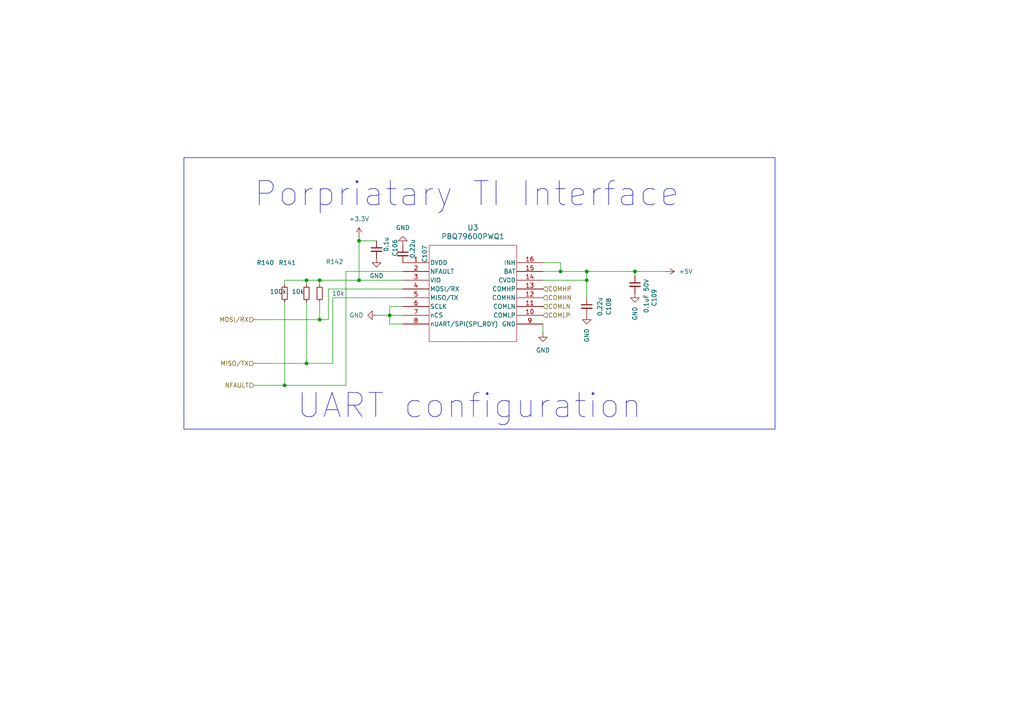
<source format=kicad_sch>
(kicad_sch (version 20250114) (generator "eeschema") (generator_version "9.0")
  (paper "A4")
  (lib_symbols
    (symbol "+5V_1" (power) (pin_numbers (hide yes)) (pin_names (offset 0) (hide yes))
      (property "Value" "+5V" (at 0 3.556 0))
      (symbol "+5V_1_0_1"
        (polyline (pts (xy -0.762 1.27) (xy 0 2.54)))
        (polyline (pts (xy 0 2.54) (xy 0.762 1.27)))
        (polyline (pts (xy 0 0) (xy 0 2.54)))
      )
      (symbol "+5V_1_1_1"
        (pin power_in line (at 0 0 90) (length 0) (name "~") (number "1"))
      )
    )
    (symbol "BQ79600-Q1:PBQ79600PWQ1" (pin_names (offset 0.254))
      (property "Reference" "U4" (at 20.32 10.16 0))
      (property "Value" "PBQ79600PWQ1" (at 20.32 7.62 0))
      (symbol "PBQ79600PWQ1_0_1"
        (polyline (pts (xy 7.62 5.08) (xy 7.62 -22.86)) (stroke (width 0.127)))
        (polyline (pts (xy 7.62 -22.86) (xy 33.02 -22.86)) (stroke (width 0.127)))
        (polyline (pts (xy 33.02 5.08) (xy 7.62 5.08)) (stroke (width 0.127)))
        (polyline (pts (xy 33.02 -22.86) (xy 33.02 5.08)) (stroke (width 0.127)))
      )
      (symbol "PBQ79600PWQ1_1_1"
        (pin unspecified line (at 0 0 0) (length 7.62) (name "DVDD") (number "1"))
        (pin unspecified line (at 0 -2.54 0) (length 7.62) (name "NFAULT") (number "2"))
        (pin unspecified line (at 0 -5.08 0) (length 7.62) (name "VIO") (number "3"))
        (pin unspecified line (at 0 -7.62 0) (length 7.62) (name "MOSI/RX") (number "4"))
        (pin unspecified line (at 0 -10.16 0) (length 7.62) (name "MISO/TX") (number "5"))
        (pin unspecified line (at 0 -12.7 0) (length 7.62) (name "SCLK") (number "6"))
        (pin unspecified line (at 0 -15.24 0) (length 7.62) (name "nCS") (number "7"))
        (pin unspecified line (at 0 -17.78 0) (length 7.62) (name "nUART/SPI(SPI_RDY)") (number "8"))
        (pin unspecified line (at 40.64 0 180) (length 7.62) (name "INH") (number "16"))
        (pin unspecified line (at 40.64 -2.54 180) (length 7.62) (name "BAT") (number "15"))
        (pin unspecified line (at 40.64 -5.08 180) (length 7.62) (name "CVDD") (number "14"))
        (pin unspecified line (at 40.64 -7.62 180) (length 7.62) (name "COMHP") (number "13"))
        (pin unspecified line (at 40.64 -10.16 180) (length 7.62) (name "COMHN") (number "12"))
        (pin unspecified line (at 40.64 -12.7 180) (length 7.62) (name "COMLN") (number "11"))
        (pin unspecified line (at 40.64 -15.24 180) (length 7.62) (name "COMLP") (number "10"))
        (pin unspecified line (at 40.64 -17.78 180) (length 7.62) (name "GND") (number "9"))
      )
    )
    (symbol "Device:C_Small" (pin_numbers (hide yes)) (pin_names (offset 0.254) (hide yes))
      (property "Reference" "C" (at 0.254 1.778 0))
      (property "Value" "C_Small" (at 0.254 -2.032 0))
      (symbol "C_Small_0_1"
        (polyline (pts (xy -1.524 0.508) (xy 1.524 0.508)) (stroke (width 0.3048)))
        (polyline (pts (xy -1.524 -0.508) (xy 1.524 -0.508)) (stroke (width 0.3302)))
      )
      (symbol "C_Small_1_1"
        (pin passive line (at 0 2.54 270) (length 2.032) (name "~") (number "1"))
        (pin passive line (at 0 -2.54 90) (length 2.032) (name "~") (number "2"))
      )
    )
    (symbol "Device:R_Small" (pin_numbers (hide yes)) (pin_names (offset 0.254) (hide yes))
      (property "Reference" "R" (at 0.762 0.508 0))
      (property "Value" "R_Small" (at 0.762 -1.016 0))
      (symbol "R_Small_0_1"
        (rectangle (start -0.762 1.778) (end 0.762 -1.778) (stroke (width 0.2032)))
      )
      (symbol "R_Small_1_1"
        (pin passive line (at 0 2.54 270) (length 0.762) (name "~") (number "1"))
        (pin passive line (at 0 -2.54 90) (length 0.762) (name "~") (number "2"))
      )
    )
    (symbol "power:+3.3V" (power) (pin_numbers (hide yes)) (pin_names (offset 0) (hide yes))
      (property "Value" "+3.3V" (at 0 3.556 0))
      (symbol "+3.3V_0_1"
        (polyline (pts (xy -0.762 1.27) (xy 0 2.54)))
        (polyline (pts (xy 0 2.54) (xy 0.762 1.27)))
        (polyline (pts (xy 0 0) (xy 0 2.54)))
      )
      (symbol "+3.3V_1_1"
        (pin power_in line (at 0 0 90) (length 0) (name "~") (number "1"))
      )
    )
    (symbol "power:GND" (power) (pin_numbers (hide yes)) (pin_names (offset 0) (hide yes))
      (property "Value" "GND" (at 0 -3.81 0))
      (symbol "GND_0_1"
        (polyline (pts (xy 0 0) (xy 0 -1.27) (xy 1.27 -1.27) (xy 0 -2.54) (xy -1.27 -1.27) (xy 0 -1.27)))
      )
      (symbol "GND_1_1"
        (pin power_in line (at 0 0 270) (length 0) (name "~") (number "1"))
      )
    )
  )
  (rectangle (start 53.34 45.72) (end 224.79 124.46))
  (text "Porpriatary TI Interface\n" (at 135.382 56.388 0) (effects (font (size 7 7))))
  (text "UART configuration\n" (at 136.144 117.856 0) (effects (font (size 7 7))))
  (junction (at 104.14 69.85))
  (junction (at 170.18 81.28))
  (junction (at 82.55 111.76))
  (junction (at 184.15 78.74))
  (junction (at 170.18 78.74))
  (junction (at 88.9 81.28))
  (junction (at 162.56 78.74))
  (junction (at 88.9 105.41))
  (junction (at 92.71 81.28))
  (junction (at 104.14 81.28))
  (junction (at 113.03 91.44))
  (junction (at 92.71 92.71))
  (wire (pts (xy 104.14 81.28) (xy 116.84 81.28)))
  (wire (pts (xy 104.14 69.85) (xy 104.14 81.28)))
  (wire (pts (xy 162.56 76.2) (xy 162.56 78.74)))
  (wire (pts (xy 170.18 86.36) (xy 170.18 81.28)))
  (wire (pts (xy 92.71 87.63) (xy 92.71 92.71)))
  (wire (pts (xy 82.55 81.28) (xy 88.9 81.28)))
  (wire (pts (xy 82.55 111.76) (xy 100.33 111.76)))
  (wire (pts (xy 170.18 78.74) (xy 170.18 81.28)))
  (wire (pts (xy 95.25 83.82) (xy 95.25 92.71)))
  (wire (pts (xy 95.25 92.71) (xy 92.71 92.71)))
  (wire (pts (xy 73.66 92.71) (xy 92.71 92.71)))
  (wire (pts (xy 184.15 80.01) (xy 184.15 78.74)))
  (wire (pts (xy 96.52 86.36) (xy 96.52 105.41)))
  (wire (pts (xy 157.48 76.2) (xy 162.56 76.2)))
  (wire (pts (xy 88.9 105.41) (xy 96.52 105.41)))
  (wire (pts (xy 157.48 93.98) (xy 157.48 96.52)))
  (wire (pts (xy 92.71 82.55) (xy 92.71 81.28)))
  (wire (pts (xy 109.22 91.44) (xy 113.03 91.44)))
  (wire (pts (xy 88.9 82.55) (xy 88.9 81.28)))
  (wire (pts (xy 92.71 81.28) (xy 104.14 81.28)))
  (wire (pts (xy 88.9 105.41) (xy 73.66 105.41)))
  (wire (pts (xy 113.03 91.44) (xy 116.84 91.44)))
  (wire (pts (xy 170.18 81.28) (xy 157.48 81.28)))
  (wire (pts (xy 116.84 86.36) (xy 96.52 86.36)))
  (wire (pts (xy 82.55 111.76) (xy 73.66 111.76)))
  (wire (pts (xy 82.55 82.55) (xy 82.55 81.28)))
  (wire (pts (xy 82.55 87.63) (xy 82.55 111.76)))
  (wire (pts (xy 162.56 78.74) (xy 157.48 78.74)))
  (wire (pts (xy 116.84 88.9) (xy 113.03 88.9)))
  (wire (pts (xy 116.84 83.82) (xy 95.25 83.82)))
  (wire (pts (xy 170.18 78.74) (xy 184.15 78.74)))
  (wire (pts (xy 88.9 81.28) (xy 92.71 81.28)))
  (wire (pts (xy 88.9 87.63) (xy 88.9 105.41)))
  (wire (pts (xy 104.14 69.85) (xy 109.22 69.85)))
  (wire (pts (xy 100.33 78.74) (xy 100.33 111.76)))
  (wire (pts (xy 116.84 93.98) (xy 113.03 93.98)))
  (wire (pts (xy 104.14 68.58) (xy 104.14 69.85)))
  (wire (pts (xy 162.56 78.74) (xy 170.18 78.74)))
  (wire (pts (xy 113.03 93.98) (xy 113.03 91.44)))
  (wire (pts (xy 193.04 78.74) (xy 184.15 78.74)))
  (wire (pts (xy 100.33 78.74) (xy 116.84 78.74)))
  (wire (pts (xy 113.03 88.9) (xy 113.03 91.44)))
  (hierarchical_label "COMHN" (shape input) (at 157.48 86.36 0))
  (hierarchical_label "COMLN" (shape input) (at 157.48 88.9 0))
  (hierarchical_label "MOSI{slash}RX" (shape input) (at 73.66 92.71 180))
  (hierarchical_label "COMLP" (shape input) (at 157.48 91.44 0))
  (hierarchical_label "COMHP" (shape input) (at 157.48 83.82 0))
  (hierarchical_label "MISO{slash}TX" (shape input) (at 73.66 105.41 180))
  (hierarchical_label "NFAULT" (shape input) (at 73.66 111.76 180))
  (symbol (lib_id "Device:R_Small") (at 92.71 85.09 180) (unit 1)
    (property "Reference" "R142" (at 94.488 75.946 0) (effects (justify right)))
    (property "Value" "10k" (at 96.266 85.09 0) (effects (justify right)))
    (property "Footprint" "Resistor_SMD:R_0603_1608Metric_Pad0.98x0.95mm_HandSolder" (effects (hide yes)))
    (property "Datasheet" "https://www.mouser.pl/ProductDetail/Vishay-Dale/CRCW060310K0FKEI?qs=sGAEpiMZZMvdGkrng054t8tsKUCh5%2FbYoR58PzIQdJA%3D" (effects (hide yes)))
    (property "Description" "Resistor, small symbol" (effects (hide yes)))
  )
  (symbol (lib_id "Device:R_Small") (at 88.9 85.09 180) (unit 1)
    (property "Reference" "R141" (at 80.772 76.2 0) (effects (justify right)))
    (property "Value" "10k" (at 84.582 84.582 0) (effects (justify right)))
    (property "Footprint" "Resistor_SMD:R_0603_1608Metric_Pad0.98x0.95mm_HandSolder" (effects (hide yes)))
    (property "Datasheet" "https://www.mouser.pl/ProductDetail/Vishay-Dale/CRCW060310K0FKEI?qs=sGAEpiMZZMvdGkrng054t8tsKUCh5%2FbYoR58PzIQdJA%3D" (effects (hide yes)))
    (property "Description" "Resistor, small symbol" (effects (hide yes)))
  )
  (symbol (lib_id "Device:C_Small") (at 109.22 72.39 0) (unit 1)
    (property "Reference" "C106" (at 114.554 71.882 90))
    (property "Value" "0.1u" (at 112.014 70.866 90))
    (property "Footprint" "Capacitor_SMD:C_0603_1608Metric_Pad1.08x0.95mm_HandSolder" (effects (hide yes)))
    (property "Datasheet" "https://www.mouser.pl/ProductDetail/TAIYO-YUDEN/MAJCU168BB7104KTEA01?qs=ZcfC38r4PovJ4zMRJqa98Q%3D%3D" (effects (hide yes)))
    (property "Description" "Unpolarized capacitor, small symbol" (effects (hide yes)))
  )
  (symbol (lib_id "BQ79600-Q1:PBQ79600PWQ1") (at 116.84 76.2 0) (unit 1)
    (property "Reference" "U3" (at 137.16 66.04 0) (effects (font (size 1.524 1.524))))
    (property "Value" "PBQ79600PWQ1" (at 137.16 68.58 0) (effects (font (size 1.524 1.524))))
    (property "Footprint" "footrpint:BQ79600-Q1" (effects (hide yes)))
    (property "Datasheet" "https://www.mouser.pl/ProductDetail/Texas-Instruments/BQ79600PWRQ1?qs=bAKSY%2FctAC74v4PXQeVHrA%3D%3D" (effects (hide yes)))
  )
  (symbol (lib_id "power:GND") (at 170.18 91.44 0) (unit 1)
    (property "Reference" "#PWR091" (effects (hide yes)))
    (property "Value" "GND" (at 170.1801 95.25 90) (effects (justify right)))
    (property "Description" "Power symbol creates a global label with name \"GND\" , ground" (effects (hide yes)))
  )
  (symbol (lib_id "Device:C_Small") (at 184.15 82.55 0) (unit 1)
    (property "Reference" "C109" (at 189.738 86.36 90))
    (property "Value" "0.1uF 50V" (at 187.452 85.852 90))
    (property "Footprint" "Capacitor_SMD:C_0603_1608Metric_Pad1.08x0.95mm_HandSolder" (effects (hide yes)))
    (property "Datasheet" "https://www.mouser.pl/ProductDetail/TAIYO-YUDEN/MAJCU168BB7104KTEA01?qs=ZcfC38r4PovJ4zMRJqa98Q%3D%3D" (effects (hide yes)))
    (property "Description" "Unpolarized capacitor, small symbol" (effects (hide yes)))
  )
  (symbol (lib_id "Device:R_Small") (at 82.55 85.09 180) (unit 1)
    (property "Reference" "R140" (at 74.422 76.2 0) (effects (justify right)))
    (property "Value" "100k" (at 78.232 84.582 0) (effects (justify right)))
    (property "Footprint" "Resistor_SMD:R_0603_1608Metric_Pad0.98x0.95mm_HandSolder" (effects (hide yes)))
    (property "Datasheet" "https://www.mouser.pl/ProductDetail/Panasonic/ERA-3AED104V?qs=sGAEpiMZZMvdGkrng054t5mej2KPdPuFer%252BmkwOaGAY%3D" (effects (hide yes)))
    (property "Description" "Resistor, small symbol" (effects (hide yes)))
  )
  (symbol (lib_id "power:GND") (at 109.22 74.93 0) (unit 1)
    (property "Reference" "#PWR086" (effects (hide yes)))
    (property "Value" "GND" (at 109.22 80.01 0))
    (property "Description" "Power symbol creates a global label with name \"GND\" , ground" (effects (hide yes)))
  )
  (symbol (lib_name "+5V_1") (lib_id "power:+5V") (at 193.04 78.74 270) (unit 1)
    (property "Reference" "#PWR093" (effects (hide yes)))
    (property "Value" "+5V" (at 196.85 78.7399 90) (effects (justify left)))
    (property "Description" "Power symbol creates a global label with name \"+5V\"" (effects (hide yes)))
  )
  (symbol (lib_id "power:GND") (at 157.48 96.52 0) (unit 1)
    (property "Reference" "#PWR089" (effects (hide yes)))
    (property "Value" "GND" (at 157.48 101.6 0))
    (property "Description" "Power symbol creates a global label with name \"GND\" , ground" (effects (hide yes)))
  )
  (symbol (lib_id "power:GND") (at 109.22 91.44 270) (unit 1)
    (property "Reference" "#PWR087" (effects (hide yes)))
    (property "Value" "GND" (at 105.41 91.4399 90) (effects (justify right)))
    (property "Description" "Power symbol creates a global label with name \"GND\" , ground" (effects (hide yes)))
  )
  (symbol (lib_id "Device:C_Small") (at 170.18 88.9 0) (unit 1)
    (property "Reference" "C108" (at 176.53 88.9063 90))
    (property "Value" "0.22u" (at 173.99 88.9063 90))
    (property "Footprint" "Capacitor_SMD:C_0603_1608Metric_Pad1.08x0.95mm_HandSolder" (effects (hide yes)))
    (property "Datasheet" "https://www.mouser.pl/ProductDetail/TAIYO-YUDEN/MBASH168SC7224KTCA01?qs=sGAEpiMZZMsh%252B1woXyUXj3XUfju0vRpj9f9rQngL7R4%3D" (effects (hide yes)))
    (property "Description" "Unpolarized capacitor, small symbol" (effects (hide yes)))
  )
  (symbol (lib_id "power:+3.3V") (at 104.14 68.58 0) (unit 1)
    (property "Reference" "#PWR085" (effects (hide yes)))
    (property "Value" "+3.3V" (at 104.14 63.5 0))
    (property "Description" "Power symbol creates a global label with name \"+3.3V\"" (effects (hide yes)))
  )
  (symbol (lib_id "power:GND") (at 184.15 85.09 0) (unit 1)
    (property "Reference" "#PWR092" (effects (hide yes)))
    (property "Value" "GND" (at 184.1501 88.9 90) (effects (justify right)))
    (property "Description" "Power symbol creates a global label with name \"GND\" , ground" (effects (hide yes)))
  )
  (symbol (lib_id "Device:C_Small") (at 116.84 73.66 0) (unit 1)
    (property "Reference" "C107" (at 123.19 73.6663 90))
    (property "Value" "0.22u" (at 119.634 72.136 90))
    (property "Footprint" "Capacitor_SMD:C_0603_1608Metric_Pad1.08x0.95mm_HandSolder" (effects (hide yes)))
    (property "Datasheet" "https://www.mouser.pl/ProductDetail/TAIYO-YUDEN/MBASH168SC7224KTCA01?qs=sGAEpiMZZMsh%252B1woXyUXj3XUfju0vRpj9f9rQngL7R4%3D" (effects (hide yes)))
    (property "Description" "Unpolarized capacitor, small symbol" (effects (hide yes)))
  )
  (symbol (lib_id "power:GND") (at 116.84 71.12 180) (unit 1)
    (property "Reference" "#PWR088" (effects (hide yes)))
    (property "Value" "GND" (at 116.84 66.04 0))
    (property "Description" "Power symbol creates a global label with name \"GND\" , ground" (effects (hide yes)))
  )
)
</source>
